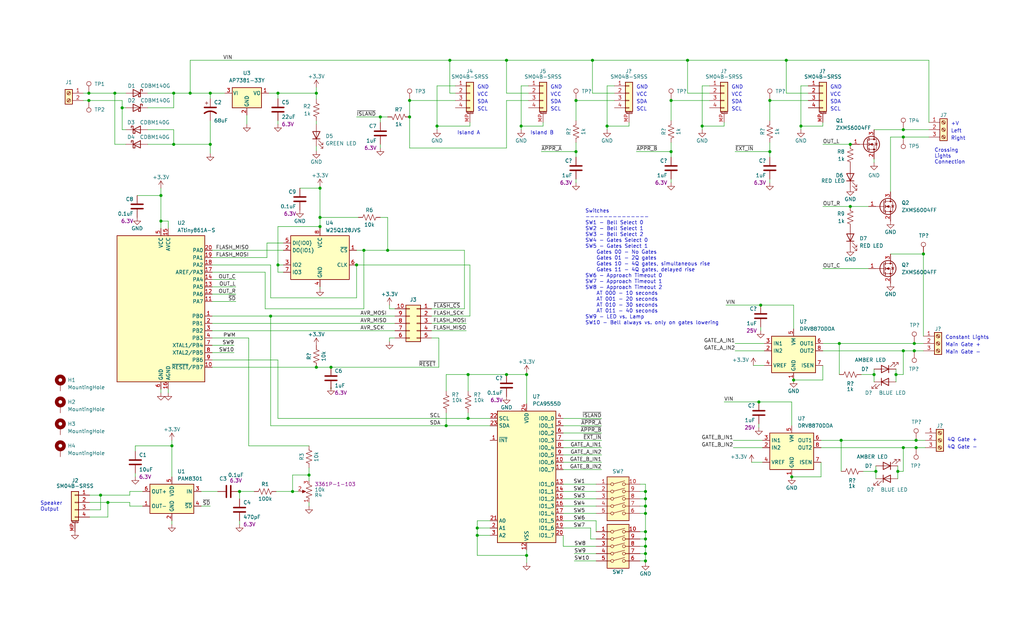
<source format=kicad_sch>
(kicad_sch (version 20211123) (generator eeschema)
  (paper "USLegal")
  (junction (at 205.74 20.955))
  (junction (at 134.62 86.995))
  (junction (at 154.94 147.955))
  (junction (at 224.155 184.785))
  (junction (at 96.52 92.075))
  (junction (at 238.76 20.955))
  (junction (at 317.5 121.92))
  (junction (at 109.855 127.635))
  (junction (at 264.16 106.045))
  (junction (at 224.155 194.945))
  (junction (at 210.82 43.815))
  (junction (at 42.418 37.465))
  (junction (at 224.155 192.405))
  (junction (at 111.125 78.74))
  (junction (at 162.56 145.415))
  (junction (at 165.735 183.515))
  (junction (at 311.785 163.83))
  (junction (at 59.69 154.94))
  (junction (at 39.878 32.385))
  (junction (at 263.525 139.7))
  (junction (at 182.88 130.175))
  (junction (at 303.53 130.175))
  (junction (at 55.88 67.945))
  (junction (at 165.735 186.055))
  (junction (at 142.24 40.64))
  (junction (at 313.69 155.575))
  (junction (at 175.895 130.175))
  (junction (at 318.135 153.035))
  (junction (at 311.15 130.175))
  (junction (at 126.365 86.995))
  (junction (at 132.08 40.64))
  (junction (at 320.675 88.265))
  (junction (at 37.465 174.625))
  (junction (at 224.155 170.815))
  (junction (at 274.955 165.735))
  (junction (at 142.24 34.925))
  (junction (at 156.21 20.955))
  (junction (at 243.84 43.815))
  (junction (at 224.155 175.895))
  (junction (at 83.185 170.815))
  (junction (at 111.125 65.405))
  (junction (at 200.025 34.925))
  (junction (at 224.155 189.865))
  (junction (at 317.5 119.38))
  (junction (at 182.88 193.04))
  (junction (at 292.1 153.035))
  (junction (at 60.325 50.165))
  (junction (at 313.69 47.625))
  (junction (at 295.275 71.755))
  (junction (at 151.765 43.815))
  (junction (at 200.025 52.705))
  (junction (at 233.045 34.925))
  (junction (at 304.165 163.83))
  (junction (at 73.025 32.385))
  (junction (at 224.155 187.325))
  (junction (at 180.975 43.815))
  (junction (at 313.69 45.085))
  (junction (at 55.88 76.835))
  (junction (at 278.13 43.815))
  (junction (at 175.895 20.955))
  (junction (at 233.045 52.705))
  (junction (at 34.925 172.085))
  (junction (at 318.135 155.575))
  (junction (at 267.335 34.925))
  (junction (at 111.125 75.565))
  (junction (at 96.52 32.385))
  (junction (at 295.275 50.165))
  (junction (at 66.04 32.385))
  (junction (at 101.6 170.815))
  (junction (at 30.861 32.385))
  (junction (at 313.69 121.92))
  (junction (at 109.855 32.385))
  (junction (at 73.025 50.165))
  (junction (at 273.05 20.955))
  (junction (at 291.465 119.38))
  (junction (at 275.59 132.08))
  (junction (at 93.98 109.855))
  (junction (at 267.335 52.705))
  (junction (at 30.861 34.925))
  (junction (at 224.155 178.435))
  (junction (at 162.56 130.175))
  (junction (at 224.155 173.355))
  (junction (at 60.325 32.385))
  (junction (at 114.935 127.635))
  (junction (at 107.315 165.1))
  (junction (at 123.825 92.075))
  (wire (pts (xy 317.5 119.38) (xy 320.675 119.38)))
  (wire (pts (xy 59.69 154.94) (xy 59.69 165.735)))
  (wire (pts (xy 132.08 75.565) (xy 134.62 75.565)))
  (wire (pts (xy 195.58 178.435) (xy 207.01 178.435)))
  (wire (pts (xy 55.88 76.835) (xy 55.88 79.375)))
  (wire (pts (xy 292.1 153.035) (xy 292.1 163.83)))
  (wire (pts (xy 233.045 63.5) (xy 233.045 62.23)))
  (wire (pts (xy 188.595 43.815) (xy 180.975 43.815)))
  (wire (pts (xy 285.115 160.655) (xy 285.115 165.735)))
  (wire (pts (xy 126.365 86.995) (xy 123.825 86.995)))
  (wire (pts (xy 210.82 29.845) (xy 213.36 29.845)))
  (wire (pts (xy 96.52 92.075) (xy 98.425 92.075)))
  (wire (pts (xy 96.52 43.18) (xy 96.52 41.91)))
  (wire (pts (xy 31.115 174.625) (xy 37.465 174.625)))
  (wire (pts (xy 180.975 45.085) (xy 180.975 43.815)))
  (wire (pts (xy 304.165 163.83) (xy 304.165 166.37)))
  (wire (pts (xy 299.72 163.83) (xy 304.165 163.83)))
  (wire (pts (xy 165.735 183.515) (xy 165.735 186.055)))
  (wire (pts (xy 49.53 175.895) (xy 45.085 175.895)))
  (wire (pts (xy 151.765 43.815) (xy 151.765 45.085)))
  (wire (pts (xy 111.125 65.405) (xy 111.125 75.565)))
  (wire (pts (xy 73.66 112.395) (xy 137.16 112.395)))
  (wire (pts (xy 59.69 153.035) (xy 59.69 154.94)))
  (wire (pts (xy 135.255 117.475) (xy 137.16 117.475)))
  (wire (pts (xy 292.1 153.035) (xy 318.135 153.035)))
  (wire (pts (xy 58.42 136.525) (xy 58.42 135.255)))
  (wire (pts (xy 114.935 127.635) (xy 109.855 127.635)))
  (wire (pts (xy 299.085 130.175) (xy 303.53 130.175)))
  (wire (pts (xy 154.94 143.51) (xy 154.94 147.955)))
  (wire (pts (xy 199.39 194.945) (xy 207.01 194.945)))
  (wire (pts (xy 313.69 163.83) (xy 311.785 163.83)))
  (wire (pts (xy 304.165 163.83) (xy 304.165 161.925)))
  (wire (pts (xy 313.69 45.085) (xy 303.53 45.085)))
  (wire (pts (xy 222.25 184.785) (xy 224.155 184.785)))
  (wire (pts (xy 92.075 107.315) (xy 92.075 94.615)))
  (wire (pts (xy 263.525 147.32) (xy 263.525 148.59)))
  (wire (pts (xy 30.861 34.925) (xy 28.956 34.925)))
  (wire (pts (xy 156.21 32.385) (xy 158.115 32.385)))
  (wire (pts (xy 285.75 119.38) (xy 291.465 119.38)))
  (wire (pts (xy 60.325 32.385) (xy 66.04 32.385)))
  (wire (pts (xy 238.76 20.955) (xy 238.76 32.385)))
  (wire (pts (xy 205.74 32.385) (xy 213.36 32.385)))
  (wire (pts (xy 195.58 180.975) (xy 207.01 180.975)))
  (wire (pts (xy 162.56 145.415) (xy 170.18 145.415)))
  (wire (pts (xy 224.155 192.405) (xy 224.155 194.945)))
  (wire (pts (xy 101.6 165.1) (xy 101.6 170.815)))
  (wire (pts (xy 111.125 100.33) (xy 111.125 99.695)))
  (wire (pts (xy 313.69 47.625) (xy 322.58 47.625)))
  (wire (pts (xy 47.625 67.945) (xy 55.88 67.945)))
  (wire (pts (xy 200.025 41.91) (xy 200.025 34.925)))
  (wire (pts (xy 107.315 165.1) (xy 101.6 165.1)))
  (wire (pts (xy 165.735 193.04) (xy 182.88 193.04)))
  (wire (pts (xy 156.21 20.955) (xy 175.895 20.955)))
  (wire (pts (xy 39.878 50.165) (xy 39.878 32.385)))
  (wire (pts (xy 107.315 162.56) (xy 107.315 165.1)))
  (wire (pts (xy 73.66 102.235) (xy 81.915 102.235)))
  (wire (pts (xy 254.635 155.575) (xy 264.795 155.575)))
  (wire (pts (xy 195.58 158.115) (xy 208.915 158.115)))
  (wire (pts (xy 86.36 154.94) (xy 107.315 154.94)))
  (wire (pts (xy 107.315 175.895) (xy 107.315 174.625)))
  (wire (pts (xy 285.75 50.165) (xy 295.275 50.165)))
  (wire (pts (xy 73.66 99.695) (xy 81.915 99.695)))
  (wire (pts (xy 224.155 168.275) (xy 224.155 170.815)))
  (wire (pts (xy 182.88 129.54) (xy 182.88 130.175)))
  (wire (pts (xy 205.105 183.515) (xy 205.105 187.325)))
  (wire (pts (xy 151.765 29.845) (xy 158.115 29.845)))
  (wire (pts (xy 318.135 153.035) (xy 321.31 153.035)))
  (wire (pts (xy 43.688 45.085) (xy 42.418 45.085)))
  (wire (pts (xy 285.75 121.92) (xy 313.69 121.92)))
  (wire (pts (xy 182.88 195.58) (xy 182.88 193.04)))
  (wire (pts (xy 182.88 193.04) (xy 182.88 191.135)))
  (wire (pts (xy 285.115 153.035) (xy 292.1 153.035)))
  (wire (pts (xy 222.25 192.405) (xy 224.155 192.405)))
  (wire (pts (xy 92.71 84.455) (xy 98.425 84.455)))
  (wire (pts (xy 195.58 189.865) (xy 207.01 189.865)))
  (wire (pts (xy 264.16 113.665) (xy 264.16 114.935)))
  (wire (pts (xy 195.58 163.195) (xy 208.915 163.195)))
  (wire (pts (xy 195.58 183.515) (xy 205.105 183.515)))
  (wire (pts (xy 267.335 52.705) (xy 255.27 52.705)))
  (wire (pts (xy 93.98 109.855) (xy 93.98 147.955)))
  (wire (pts (xy 55.88 65.405) (xy 55.88 67.945)))
  (wire (pts (xy 195.58 147.955) (xy 208.915 147.955)))
  (wire (pts (xy 195.58 173.355) (xy 207.01 173.355)))
  (wire (pts (xy 83.185 182.245) (xy 83.185 180.975)))
  (wire (pts (xy 255.27 121.92) (xy 265.43 121.92)))
  (wire (pts (xy 73.66 104.775) (xy 81.915 104.775)))
  (wire (pts (xy 183.515 34.925) (xy 175.895 34.925)))
  (wire (pts (xy 224.155 173.355) (xy 224.155 175.895)))
  (wire (pts (xy 222.25 168.275) (xy 224.155 168.275)))
  (wire (pts (xy 135.255 118.745) (xy 135.255 117.475)))
  (wire (pts (xy 222.25 189.865) (xy 224.155 189.865)))
  (wire (pts (xy 162.56 143.51) (xy 162.56 145.415)))
  (wire (pts (xy 45.085 170.815) (xy 49.53 170.815)))
  (wire (pts (xy 233.045 54.61) (xy 233.045 52.705)))
  (wire (pts (xy 86.36 117.475) (xy 86.36 154.94)))
  (wire (pts (xy 224.155 175.895) (xy 224.155 178.435)))
  (wire (pts (xy 109.855 32.385) (xy 109.855 34.417)))
  (wire (pts (xy 73.66 86.995) (xy 98.425 86.995)))
  (wire (pts (xy 73.66 97.155) (xy 81.915 97.155)))
  (wire (pts (xy 210.82 43.815) (xy 210.82 29.845)))
  (wire (pts (xy 51.308 37.465) (xy 60.325 37.465)))
  (wire (pts (xy 195.58 168.275) (xy 207.01 168.275)))
  (wire (pts (xy 60.325 45.085) (xy 60.325 50.165)))
  (wire (pts (xy 132.08 40.64) (xy 134.62 40.64)))
  (wire (pts (xy 151.765 43.815) (xy 151.765 29.845)))
  (wire (pts (xy 285.75 132.08) (xy 285.75 127)))
  (wire (pts (xy 92.075 94.615) (xy 73.66 94.615)))
  (wire (pts (xy 255.27 119.38) (xy 265.43 119.38)))
  (wire (pts (xy 224.155 189.865) (xy 224.155 192.405)))
  (wire (pts (xy 154.94 130.175) (xy 154.94 135.89)))
  (wire (pts (xy 278.13 43.815) (xy 278.13 29.845)))
  (wire (pts (xy 313.69 121.92) (xy 313.69 130.175)))
  (wire (pts (xy 51.308 45.085) (xy 60.325 45.085)))
  (wire (pts (xy 142.24 34.925) (xy 142.24 40.64)))
  (wire (pts (xy 195.58 160.655) (xy 208.915 160.655)))
  (wire (pts (xy 311.785 161.925) (xy 311.785 163.83)))
  (wire (pts (xy 205.74 20.955) (xy 238.76 20.955)))
  (wire (pts (xy 109.855 50.8) (xy 109.855 52.451)))
  (wire (pts (xy 205.105 187.325) (xy 207.01 187.325)))
  (wire (pts (xy 134.62 75.565) (xy 134.62 86.995)))
  (wire (pts (xy 85.725 43.18) (xy 85.725 40.005)))
  (wire (pts (xy 96.52 145.415) (xy 162.56 145.415)))
  (wire (pts (xy 31.115 179.705) (xy 37.465 179.705)))
  (wire (pts (xy 243.84 43.815) (xy 243.84 29.845)))
  (wire (pts (xy 111.125 64.77) (xy 111.125 65.405)))
  (wire (pts (xy 45.085 172.085) (xy 45.085 170.815)))
  (wire (pts (xy 313.69 155.575) (xy 313.69 163.83)))
  (wire (pts (xy 275.59 114.3) (xy 275.59 106.045)))
  (wire (pts (xy 46.99 154.94) (xy 46.99 156.845)))
  (wire (pts (xy 175.895 20.955) (xy 205.74 20.955)))
  (wire (pts (xy 111.125 75.565) (xy 111.125 78.74)))
  (wire (pts (xy 260.985 160.655) (xy 264.795 160.655)))
  (wire (pts (xy 149.86 114.935) (xy 161.925 114.935)))
  (wire (pts (xy 42.418 34.925) (xy 30.861 34.925)))
  (wire (pts (xy 96.52 125.095) (xy 96.52 145.415)))
  (wire (pts (xy 200.025 63.5) (xy 200.025 62.23)))
  (wire (pts (xy 320.675 88.265) (xy 320.675 116.84)))
  (wire (pts (xy 195.58 170.815) (xy 207.01 170.815)))
  (wire (pts (xy 158.115 34.925) (xy 142.24 34.925)))
  (wire (pts (xy 317.5 121.92) (xy 320.675 121.92)))
  (wire (pts (xy 222.25 173.355) (xy 224.155 173.355)))
  (wire (pts (xy 123.825 92.075) (xy 123.825 103.505)))
  (wire (pts (xy 111.125 78.74) (xy 111.125 79.375)))
  (wire (pts (xy 149.86 107.315) (xy 161.29 107.315)))
  (wire (pts (xy 224.155 184.785) (xy 224.155 187.325)))
  (wire (pts (xy 274.955 147.955) (xy 274.955 139.7)))
  (wire (pts (xy 92.71 89.535) (xy 92.71 84.455)))
  (wire (pts (xy 73.025 32.385) (xy 78.105 32.385)))
  (wire (pts (xy 66.04 32.385) (xy 66.04 20.955)))
  (wire (pts (xy 295.275 79.375) (xy 295.275 78.74)))
  (wire (pts (xy 224.155 178.435) (xy 224.155 184.785)))
  (wire (pts (xy 69.85 175.895) (xy 73.025 175.895)))
  (wire (pts (xy 51.308 32.385) (xy 60.325 32.385)))
  (wire (pts (xy 104.14 65.405) (xy 111.125 65.405)))
  (wire (pts (xy 274.955 139.7) (xy 263.525 139.7)))
  (wire (pts (xy 39.878 50.165) (xy 43.688 50.165)))
  (wire (pts (xy 301.625 71.755) (xy 295.275 71.755)))
  (wire (pts (xy 200.025 49.53) (xy 200.025 52.705)))
  (wire (pts (xy 285.75 43.815) (xy 278.13 43.815)))
  (wire (pts (xy 34.925 177.165) (xy 34.925 172.085)))
  (wire (pts (xy 303.53 55.245) (xy 303.53 56.515)))
  (wire (pts (xy 73.025 50.165) (xy 73.025 41.91)))
  (wire (pts (xy 267.335 49.53) (xy 267.335 52.705)))
  (wire (pts (xy 132.08 51.435) (xy 132.08 50.165)))
  (wire (pts (xy 96.52 32.385) (xy 109.855 32.385)))
  (wire (pts (xy 34.925 172.085) (xy 45.085 172.085)))
  (wire (pts (xy 132.08 40.64) (xy 123.825 40.64)))
  (wire (pts (xy 273.05 20.955) (xy 322.58 20.955)))
  (wire (pts (xy 218.44 42.545) (xy 218.44 43.815)))
  (wire (pts (xy 222.25 175.895) (xy 224.155 175.895)))
  (wire (pts (xy 251.46 43.815) (xy 243.84 43.815)))
  (wire (pts (xy 309.245 66.675) (xy 309.245 47.625)))
  (wire (pts (xy 251.46 139.7) (xy 263.525 139.7)))
  (wire (pts (xy 142.24 51.435) (xy 175.895 51.435)))
  (wire (pts (xy 60.325 50.165) (xy 73.025 50.165)))
  (wire (pts (xy 95.885 170.815) (xy 101.6 170.815)))
  (wire (pts (xy 66.04 32.385) (xy 73.025 32.385)))
  (wire (pts (xy 162.56 135.89) (xy 162.56 130.175)))
  (wire (pts (xy 81.28 120.015) (xy 73.66 120.015)))
  (wire (pts (xy 123.825 103.505) (xy 93.98 103.505)))
  (wire (pts (xy 175.895 32.385) (xy 183.515 32.385)))
  (wire (pts (xy 267.335 63.5) (xy 267.335 62.23)))
  (wire (pts (xy 295.275 71.755) (xy 285.75 71.755)))
  (wire (pts (xy 31.115 172.085) (xy 34.925 172.085)))
  (wire (pts (xy 285.115 155.575) (xy 313.69 155.575)))
  (wire (pts (xy 273.05 32.385) (xy 280.67 32.385)))
  (wire (pts (xy 233.045 52.705) (xy 220.98 52.705)))
  (wire (pts (xy 195.58 155.575) (xy 208.915 155.575)))
  (wire (pts (xy 135.255 106.045) (xy 135.255 107.315)))
  (wire (pts (xy 152.4 127.635) (xy 152.4 117.475)))
  (wire (pts (xy 195.58 145.415) (xy 208.915 145.415)))
  (wire (pts (xy 275.59 132.08) (xy 285.75 132.08)))
  (wire (pts (xy 51.308 50.165) (xy 60.325 50.165)))
  (wire (pts (xy 303.53 130.175) (xy 303.53 128.27)))
  (wire (pts (xy 165.735 186.055) (xy 165.735 193.04)))
  (wire (pts (xy 149.86 112.395) (xy 161.925 112.395)))
  (wire (pts (xy 126.365 107.315) (xy 92.075 107.315)))
  (wire (pts (xy 123.825 92.075) (xy 163.195 92.075)))
  (wire (pts (xy 162.56 130.175) (xy 175.895 130.175)))
  (wire (pts (xy 163.195 109.855) (xy 163.195 92.075)))
  (wire (pts (xy 205.74 20.955) (xy 205.74 32.385)))
  (wire (pts (xy 261.62 127) (xy 265.43 127)))
  (wire (pts (xy 175.895 20.955) (xy 175.895 32.385)))
  (wire (pts (xy 285.75 42.545) (xy 285.75 43.815)))
  (wire (pts (xy 275.59 106.045) (xy 264.16 106.045)))
  (wire (pts (xy 109.855 127.635) (xy 73.66 127.635)))
  (wire (pts (xy 180.975 43.815) (xy 180.975 29.845)))
  (wire (pts (xy 303.53 130.175) (xy 303.53 132.715)))
  (wire (pts (xy 251.46 42.545) (xy 251.46 43.815)))
  (wire (pts (xy 161.29 107.315) (xy 161.29 86.995)))
  (wire (pts (xy 66.04 20.955) (xy 156.21 20.955)))
  (wire (pts (xy 313.69 121.92) (xy 317.5 121.92)))
  (wire (pts (xy 75.565 170.815) (xy 69.85 170.815)))
  (wire (pts (xy 114.935 127.635) (xy 152.4 127.635)))
  (wire (pts (xy 309.245 47.625) (xy 313.69 47.625)))
  (wire (pts (xy 73.66 109.855) (xy 93.98 109.855)))
  (wire (pts (xy 45.085 175.895) (xy 45.085 174.625)))
  (wire (pts (xy 180.975 29.845) (xy 183.515 29.845)))
  (wire (pts (xy 195.58 150.495) (xy 208.915 150.495)))
  (wire (pts (xy 170.18 180.975) (xy 165.735 180.975)))
  (wire (pts (xy 73.66 114.935) (xy 137.16 114.935)))
  (wire (pts (xy 238.76 32.385) (xy 246.38 32.385)))
  (wire (pts (xy 152.4 117.475) (xy 149.86 117.475)))
  (wire (pts (xy 182.88 130.175) (xy 182.88 140.335)))
  (wire (pts (xy 73.025 53.34) (xy 73.025 50.165)))
  (wire (pts (xy 101.6 170.815) (xy 103.505 170.815)))
  (wire (pts (xy 93.98 109.855) (xy 137.16 109.855)))
  (wire (pts (xy 243.84 29.845) (xy 246.38 29.845)))
  (wire (pts (xy 86.36 117.475) (xy 73.66 117.475)))
  (wire (pts (xy 83.185 170.815) (xy 83.185 173.355)))
  (wire (pts (xy 295.275 50.165) (xy 295.91 50.165)))
  (wire (pts (xy 135.255 107.315) (xy 137.16 107.315)))
  (wire (pts (xy 163.195 42.545) (xy 163.195 43.815)))
  (wire (pts (xy 207.01 180.975) (xy 207.01 184.785)))
  (wire (pts (xy 59.69 182.245) (xy 59.69 180.975)))
  (wire (pts (xy 126.365 107.315) (xy 126.365 86.995)))
  (wire (pts (xy 73.66 125.095) (xy 96.52 125.095)))
  (wire (pts (xy 96.52 34.29) (xy 96.52 32.385)))
  (wire (pts (xy 175.895 130.175) (xy 182.88 130.175)))
  (wire (pts (xy 188.595 42.545) (xy 188.595 43.815)))
  (wire (pts (xy 238.76 20.955) (xy 273.05 20.955)))
  (wire (pts (xy 114.935 134.62) (xy 114.935 135.255)))
  (wire (pts (xy 73.66 89.535) (xy 92.71 89.535)))
  (wire (pts (xy 73.025 34.29) (xy 73.025 32.385)))
  (wire (pts (xy 224.155 170.815) (xy 224.155 173.355)))
  (wire (pts (xy 42.418 37.465) (xy 42.418 34.925)))
  (wire (pts (xy 30.861 32.385) (xy 39.878 32.385)))
  (wire (pts (xy 200.025 52.705) (xy 187.96 52.705)))
  (wire (pts (xy 278.13 29.845) (xy 280.67 29.845)))
  (wire (pts (xy 156.21 20.955) (xy 156.21 32.385)))
  (wire (pts (xy 81.28 122.555) (xy 73.66 122.555)))
  (wire (pts (xy 55.88 136.525) (xy 55.88 135.255)))
  (wire (pts (xy 60.325 37.465) (xy 60.325 32.385)))
  (wire (pts (xy 267.335 34.925) (xy 280.67 34.925)))
  (wire (pts (xy 278.13 45.085) (xy 278.13 43.815)))
  (wire (pts (xy 254.635 153.035) (xy 264.795 153.035)))
  (wire (pts (xy 322.58 45.085) (xy 313.69 45.085)))
  (wire (pts (xy 233.045 41.91) (xy 233.045 34.925)))
  (wire (pts (xy 154.94 147.955) (xy 170.18 147.955)))
  (wire (pts (xy 37.465 174.625) (xy 45.085 174.625)))
  (wire (pts (xy 267.335 41.91) (xy 267.335 34.925)))
  (wire (pts (xy 233.045 49.53) (xy 233.045 52.705)))
  (wire (pts (xy 311.785 163.83) (xy 311.785 166.37)))
  (wire (pts (xy 222.25 194.945) (xy 224.155 194.945)))
  (wire (pts (xy 322.58 42.545) (xy 322.58 20.955)))
  (wire (pts (xy 46.99 165.735) (xy 46.99 164.465)))
  (wire (pts (xy 224.155 187.325) (xy 224.155 189.865)))
  (wire (pts (xy 195.58 175.895) (xy 207.01 175.895)))
  (wire (pts (xy 28.956 32.385) (xy 30.861 32.385)))
  (wire (pts (xy 199.39 192.405) (xy 207.01 192.405)))
  (wire (pts (xy 175.895 51.435) (xy 175.895 34.925)))
  (wire (pts (xy 267.335 54.61) (xy 267.335 52.705)))
  (wire (pts (xy 124.46 75.565) (xy 111.125 75.565)))
  (wire (pts (xy 83.185 170.815) (xy 88.265 170.815)))
  (wire (pts (xy 55.88 67.945) (xy 55.88 76.835)))
  (wire (pts (xy 109.855 42.037) (xy 109.855 43.18)))
  (wire (pts (xy 96.52 78.74) (xy 111.125 78.74)))
  (wire (pts (xy 165.735 180.975) (xy 165.735 183.515)))
  (wire (pts (xy 313.69 155.575) (xy 318.135 155.575)))
  (wire (pts (xy 151.765 43.815) (xy 163.195 43.815)))
  (wire (pts (xy 93.98 92.075) (xy 73.66 92.075)))
  (wire (pts (xy 195.58 153.035) (xy 208.915 153.035)))
  (wire (pts (xy 98.425 94.615) (xy 96.52 94.615)))
  (wire (pts (xy 107.315 167.005) (xy 107.315 165.1)))
  (wire (pts (xy 93.98 103.505) (xy 93.98 92.075)))
  (wire (pts (xy 218.44 43.815) (xy 210.82 43.815)))
  (wire (pts (xy 222.25 187.325) (xy 224.155 187.325)))
  (wire (pts (xy 126.365 86.995) (xy 134.62 86.995)))
  (wire (pts (xy 318.135 155.575) (xy 321.31 155.575)))
  (wire (pts (xy 200.025 54.61) (xy 200.025 52.705)))
  (wire (pts (xy 291.465 119.38) (xy 317.5 119.38)))
  (wire (pts (xy 273.05 20.955) (xy 273.05 32.385)))
  (wire (pts (xy 222.25 170.815) (xy 224.155 170.815)))
  (wire (pts (xy 96.52 32.385) (xy 93.345 32.385)))
  (wire (pts (xy 132.08 42.545) (xy 132.08 40.64)))
  (wire (pts (xy 93.98 147.955) (xy 154.94 147.955)))
  (wire (pts (xy 311.15 130.175) (xy 311.15 132.715)))
  (wire (pts (xy 233.045 34.925) (xy 246.38 34.925)))
  (wire (pts (xy 222.25 178.435) (xy 224.155 178.435)))
  (wire (pts (xy 31.115 177.165) (xy 34.925 177.165)))
  (wire (pts (xy 252.095 106.045) (xy 264.16 106.045)))
  (wire (pts (xy 195.58 189.865) (xy 195.58 186.055)))
  (wire (pts (xy 313.69 130.175) (xy 311.15 130.175)))
  (wire (pts (xy 134.62 86.995) (xy 161.29 86.995)))
  (wire (pts (xy 42.418 45.085) (xy 42.418 37.465)))
  (wire (pts (xy 200.025 34.925) (xy 213.36 34.925)))
  (wire (pts (xy 165.735 186.055) (xy 170.18 186.055)))
  (wire (pts (xy 39.878 32.385) (xy 43.688 32.385)))
  (wire (pts (xy 309.245 88.265) (xy 320.675 88.265)))
  (wire (pts (xy 37.465 179.705) (xy 37.465 174.625)))
  (wire (pts (xy 96.52 94.615) (xy 96.52 92.075)))
  (wire (pts (xy 311.15 128.27) (xy 311.15 130.175)))
  (wire (pts (xy 224.155 194.945) (xy 224.155 195.58)))
  (wire (pts (xy 58.42 79.375) (xy 58.42 76.835)))
  (wire (pts (xy 162.56 130.175) (xy 154.94 130.175)))
  (wire (pts (xy 285.115 165.735) (xy 274.955 165.735)))
  (wire (pts (xy 285.75 93.345) (xy 301.625 93.345)))
  (wire (pts (xy 210.82 45.085) (xy 210.82 43.815)))
  (wire (pts (xy 291.465 119.38) (xy 291.465 130.175)))
  (wire (pts (xy 58.42 76.835) (xy 55.88 76.835)))
  (wire (pts (xy 149.86 109.855) (xy 163.195 109.855)))
  (wire (pts (xy 165.735 183.515) (xy 170.18 183.515)))
  (wire (pts (xy 243.84 45.085) (xy 243.84 43.815)))
  (wire (pts (xy 96.52 78.74) (xy 96.52 92.075)))
  (wire (pts (xy 59.69 154.94) (xy 46.99 154.94)))
  (wire (pts (xy 43.688 37.465) (xy 42.418 37.465)))
  (wire (pts (xy 109.855 30.353) (xy 109.855 32.385)))
  (wire (pts (xy 142.24 40.64) (xy 142.24 51.435)))
  (text "SDA" (at 220.98 36.195 0) (effects (font (size 1.27 1.27)) (justify left bottom)))
  (text "GND" (at 165.735 31.115 0) (effects (font (size 1.27 1.27)) (justify left bottom)))
  (text "GND" (at 254 31.115 0) (effects (font (size 1.27 1.27)) (justify left bottom)))
  (text "4Q Gate -" (at 328.93 156.21 0) (effects (font (size 1.27 1.27)) (justify left bottom)))
  (text "Main Gate +" (at 328.295 120.65 0) (effects (font (size 1.27 1.27)) (justify left bottom)))
  (text "Island B" (at 184.15 46.99 0) (effects (font (size 1.27 1.27)) (justify left bottom)))
  (text "SDA" (at 165.735 36.195 0) (effects (font (size 1.27 1.27)) (justify left bottom)))
  (text "Speaker\nOutput" (at 13.97 177.8 0) (effects (font (size 1.27 1.27)) (justify left bottom)))
  (text "Constant Lights" (at 328.295 118.11 0) (effects (font (size 1.27 1.27)) (justify left bottom)))
  (text "Island A" (at 158.75 46.99 0) (effects (font (size 1.27 1.27)) (justify left bottom)))
  (text "+V" (at 330.2 43.815 0) (effects (font (size 1.27 1.27)) (justify left bottom)))
  (text "VCC" (at 165.735 33.655 0) (effects (font (size 1.27 1.27)) (justify left bottom)))
  (text "SCL" (at 220.98 38.735 0) (effects (font (size 1.27 1.27)) (justify left bottom)))
  (text "Switches\n--------------\nSW1 - Bell Select 0\nSW2 - Bell Select 1\nSW3 - Bell Select 2\nSW4 - Gates Select 0\nSW5 - Gates Select 1\n    Gates 00 - No Gates\n    Gates 01 - 2Q gates\n    Gates 10 - 4Q gates, simultaneous rise\n    Gates 11 - 4Q gates, delayed rise\nSW6 - Approach Timeout 0\nSW7 - Approach Timeout 1\nSW8 - Approach Timeout 2\n    AT 000 - 10 seconds\n    AT 001 - 20 seconds\n    AT 010 - 30 seconds\n    AT 011 - 40 seconds\nSW9 - LED vs. Lamp\nSW10 - Bell always vs. only on gates lowering" (at 203.2 113.03 0) (effects (font (size 1.27 1.27)) (justify left bottom)))
  (text "Right" (at 330.2 48.895 0) (effects (font (size 1.27 1.27)) (justify left bottom)))
  (text "VCC" (at 220.98 33.655 0) (effects (font (size 1.27 1.27)) (justify left bottom)))
  (text "Crossing\nLights\nConnection" (at 324.485 57.15 0) (effects (font (size 1.27 1.27)) (justify left bottom)))
  (text "VCC" (at 254 33.655 0) (effects (font (size 1.27 1.27)) (justify left bottom)))
  (text "SCL" (at 191.135 38.735 0) (effects (font (size 1.27 1.27)) (justify left bottom)))
  (text "SCL" (at 165.735 38.735 0) (effects (font (size 1.27 1.27)) (justify left bottom)))
  (text "GND" (at 220.98 31.115 0) (effects (font (size 1.27 1.27)) (justify left bottom)))
  (text "SDA" (at 254 36.195 0) (effects (font (size 1.27 1.27)) (justify left bottom)))
  (text "SCL" (at 288.29 38.735 0) (effects (font (size 1.27 1.27)) (justify left bottom)))
  (text "VCC" (at 288.29 33.655 0) (effects (font (size 1.27 1.27)) (justify left bottom)))
  (text "GND" (at 191.135 31.115 0) (effects (font (size 1.27 1.27)) (justify left bottom)))
  (text "SCL" (at 254 38.735 0) (effects (font (size 1.27 1.27)) (justify left bottom)))
  (text "VCC" (at 191.135 33.655 0) (effects (font (size 1.27 1.27)) (justify left bottom)))
  (text "SDA" (at 191.135 36.195 0) (effects (font (size 1.27 1.27)) (justify left bottom)))
  (text "SDA" (at 288.29 36.195 0) (effects (font (size 1.27 1.27)) (justify left bottom)))
  (text "4Q Gate +" (at 328.93 153.67 0) (effects (font (size 1.27 1.27)) (justify left bottom)))
  (text "Left" (at 330.2 46.355 0) (effects (font (size 1.27 1.27)) (justify left bottom)))
  (text "GND" (at 288.29 31.115 0) (effects (font (size 1.27 1.27)) (justify left bottom)))
  (text "Main Gate -" (at 328.295 123.19 0) (effects (font (size 1.27 1.27)) (justify left bottom)))
  (label "SW7" (at 203.2 183.515 180))
  (label "GATE_A_IN2" (at 208.915 158.115 180))
  (label "~{APPR_B}" (at 208.915 150.495 180))
  (label "SW4" (at 203.2 175.895 180))
  (label "VIN" (at 251.46 139.7 0))
  (label "AVR_MISO" (at 125.095 112.395 0))
  (label "~{RESET}" (at 145.415 127.635 0))
  (label "SW8" (at 199.39 189.865 0))
  (label "AVR_MOSI" (at 125.095 109.855 0))
  (label "OUT_L" (at 81.915 99.695 180))
  (label "~{FLASH_CS}" (at 150.495 107.315 0))
  (label "OUT_R" (at 285.75 71.755 0))
  (label "GATE_B_IN1" (at 254.635 153.035 180))
  (label "FLASH_MOSI" (at 161.925 112.395 180))
  (label "~{SD}" (at 73.025 175.895 180))
  (label "~{ISLAND}" (at 208.915 145.415 180))
  (label "OUT_C" (at 81.915 97.155 180))
  (label "OUT_C" (at 285.75 93.345 0))
  (label "AVR_SCK" (at 125.095 114.935 0))
  (label "~{SD}" (at 81.915 104.775 180))
  (label "FLASH_MISO" (at 74.93 86.995 0))
  (label "FLASH_SCK" (at 150.495 109.855 0))
  (label "OUT_R" (at 81.915 102.235 180))
  (label "~{APPR_A}" (at 208.915 147.955 180))
  (label "~{APPR_A}" (at 187.96 52.705 0))
  (label "VIN" (at 77.47 20.955 0))
  (label "~{ISLAND}" (at 123.825 40.64 0))
  (label "GATE_A_IN2" (at 255.27 121.92 180))
  (label "SDA" (at 149.225 147.955 0))
  (label "GATE_A_IN1" (at 255.27 119.38 180))
  (label "SW10" (at 199.39 194.945 0))
  (label "SW9" (at 81.28 120.015 180))
  (label "SW2" (at 203.2 170.815 180))
  (label "SW9" (at 199.39 192.405 0))
  (label "SCL" (at 149.225 145.415 0))
  (label "SW6" (at 203.2 180.975 180))
  (label "OUT_L" (at 285.75 50.165 0))
  (label "~{EXT_IN}" (at 255.27 52.705 0))
  (label "GATE_A_IN1" (at 208.915 155.575 180))
  (label "PWM" (at 77.47 117.475 0))
  (label "GATE_B_IN1" (at 208.915 160.655 180))
  (label "~{APPR_B}" (at 220.98 52.705 0))
  (label "FLASH_MISO" (at 161.925 114.935 180))
  (label "SW3" (at 203.2 173.355 180))
  (label "SW5" (at 203.2 178.435 180))
  (label "SW10" (at 81.28 122.555 180))
  (label "VIN" (at 252.095 106.045 0))
  (label "GATE_B_IN2" (at 208.915 163.195 180))
  (label "~{EXT_IN}" (at 208.915 153.035 180))
  (label "SW1" (at 203.2 168.275 180))
  (label "GATE_B_IN2" (at 254.635 155.575 180))
  (label "FLASH_MOSI" (at 74.93 89.535 0))
  (symbol (lib_id "Device:D_Schottky") (at 47.498 32.385 0) (mirror y) (unit 1)
    (property "Reference" "D1" (at 44.323 29.845 0) (effects (justify right)))
    (property "Value" "CDBM140G" (at 48.768 29.845 0) (effects (justify right)))
    (property "Footprint" "Diode_SMD:D_SOD-123" (effects hide))
  )
  (symbol (lib_id "power:GND") (at 309.245 76.835 0) (mirror y) (unit 1)
    (property "Reference" "#PWR027" (effects hide))
    (property "Value" "GND" (at 309.245 80.645 0))
  )
  (symbol (lib_id "power:GND") (at 59.69 182.245 0) (unit 1)
    (property "Reference" "#PWR04" (effects hide))
    (property "Value" "GND" (effects hide))
  )
  (symbol (lib_id "Device:C") (at 83.185 177.165 0) (unit 1)
    (property "Reference" "C4" (at 84.455 174.625 0) (effects (justify left)))
    (property "Value" "470pF" (at 84.455 179.705 0) (effects (justify left)))
    (property "Footprint" "Capacitor_SMD:C_0805_2012Metric" (effects hide))
    (property "Voltage" "6.3V" (at 84.455 182.245 0) (effects (justify left)))
  )
  (symbol (lib_id "power:GND") (at 175.895 137.795 0) (unit 1)
    (property "Reference" "#PWR?" (effects hide))
    (property "Value" "GND" (at 175.895 141.605 0))
  )
  (symbol (lib_id "Connector:TestPoint") (at 30.861 34.925 180) (unit 1)
    (property "Reference" "TP2" (at 32.766 38.1 0) (effects (justify right)))
    (property "Value" "TestPoint" (effects hide))
    (property "Footprint" "TestPoint:TestPoint_Pad_D2.0mm" (effects hide))
  )
  (symbol (lib_id "Device:LED") (at 307.34 132.715 0) (unit 1)
    (property "Reference" "D?" (at 301.625 136.525 0))
    (property "Value" "BLUE LED" (at 309.88 136.525 0))
    (property "Footprint" "LED_SMD:LED_0805_2012Metric" (effects hide))
  )
  (symbol (lib_id "Transistor_FET:ZXM61N02F") (at 300.99 50.165 0) (unit 1)
    (property "Reference" "Q1" (at 290.195 41.91 0) (effects (justify left)))
    (property "Value" "ZXMS6004FF" (at 290.195 44.45 0) (effects (justify left)))
    (property "Footprint" "Package_TO_SOT_SMD:SOT-23" (effects hide))
    (property "Datasheet" "http://www.diodes.com/assets/Datasheets/ZXM61N02F.pdf" (effects hide))
  )
  (symbol (lib_id "Device:D_Schottky") (at 47.498 50.165 0) (unit 1)
    (property "Reference" "D4" (at 46.863 47.625 0) (effects (justify right)))
    (property "Value" "CDBM140G" (at 58.928 47.625 0) (effects (justify right)))
    (property "Footprint" "Diode_SMD:D_SOD-123" (effects hide))
  )
  (symbol (lib_id "Connector:TestPoint") (at 30.861 32.385 0) (unit 1)
    (property "Reference" "TP1" (at 32.766 29.21 0) (effects (justify left)))
    (property "Value" "TestPoint" (effects hide))
    (property "Footprint" "TestPoint:TestPoint_Pad_D2.0mm" (effects hide))
  )
  (symbol (lib_id "Device:R_US") (at 233.045 45.72 0) (mirror y) (unit 1)
    (property "Reference" "R?" (at 230.505 45.72 90))
    (property "Value" "1k" (at 235.585 45.72 90))
    (property "Footprint" "Resistor_SMD:R_0805_2012Metric" (effects hide))
  )
  (symbol (lib_id "Transistor_FET:ZXM61N02F") (at 306.705 71.755 0) (unit 1)
    (property "Reference" "Q2" (at 313.055 70.4849 0) (effects (justify left)))
    (property "Value" "ZXMS6004FF" (at 313.055 73.0249 0) (effects (justify left)))
    (property "Footprint" "Package_TO_SOT_SMD:SOT-23" (effects hide))
    (property "Datasheet" "http://www.diodes.com/assets/Datasheets/ZXM61N02F.pdf" (effects hide))
  )
  (symbol (lib_id "Device:R_US") (at 200.025 45.72 0) (mirror y) (unit 1)
    (property "Reference" "R?" (at 197.485 45.72 90))
    (property "Value" "1k" (at 202.565 45.72 90))
    (property "Footprint" "Resistor_SMD:R_0805_2012Metric" (effects hide))
  )
  (symbol (lib_id "power:GND") (at 107.315 175.895 0) (unit 1)
    (property "Reference" "#PWR014" (effects hide))
    (property "Value" "GND" (effects hide))
  )
  (symbol (lib_id "Device:R_US") (at 109.855 38.227 180) (unit 1)
    (property "Reference" "R2" (at 107.95 36.957 0) (effects (justify left)))
    (property "Value" "1k" (at 107.95 39.497 0) (effects (justify left)))
    (property "Footprint" "Resistor_SMD:R_0805_2012Metric" (effects hide))
  )
  (symbol (lib_id "Device:C") (at 263.525 143.51 0) (mirror y) (unit 1)
    (property "Reference" "C?" (at 262.255 140.97 0) (effects (justify left)))
    (property "Value" "1uF" (at 262.255 146.05 0) (effects (justify left)))
    (property "Footprint" "Capacitor_SMD:C_0805_2012Metric" (effects hide))
    (property "Voltage" "25V" (at 262.255 148.59 0) (effects (justify left)))
  )
  (symbol (lib_id "Connector:TestPoint") (at 233.045 34.925 0) (unit 1)
    (property "Reference" "TP?" (at 234.95 31.75 0) (effects (justify left)))
    (property "Value" "TestPoint" (effects hide))
    (property "Footprint" "TestPoint:TestPoint_Pad_D2.0mm" (effects hide))
  )
  (symbol (lib_id "Device:LED") (at 307.34 128.27 180) (unit 1)
    (property "Reference" "D?" (at 300.355 128.27 0))
    (property "Value" "AMBER LED" (at 302.26 125.095 0))
    (property "Footprint" "LED_SMD:LED_0805_2012Metric" (effects hide))
  )
  (symbol (lib_id "power:+3.3V") (at 59.69 153.035 0) (unit 1)
    (property "Reference" "#PWR03" (effects hide))
    (property "Value" "+3.3V" (at 59.69 149.225 0))
  )
  (symbol (lib_id "power:+3.3V") (at 109.855 30.353 0) (unit 1)
    (property "Reference" "#PWR012" (effects hide))
    (property "Value" "+3.3V" (at 109.855 26.543 0))
  )
  (symbol (lib_id "Device:LED") (at 295.275 82.55 90) (unit 1)
    (property "Reference" "D7" (at 298.45 82.8674 90) (effects (justify right)))
    (property "Value" "RED LED" (at 298.45 85.4074 90) (effects (justify right)))
    (property "Footprint" "LED_SMD:LED_0805_2012Metric" (effects hide))
  )
  (symbol (lib_id "Device:C") (at 46.99 160.655 0) (unit 1)
    (property "Reference" "C1" (at 48.26 158.115 0) (effects (justify left)))
    (property "Value" "10uF" (at 48.26 163.195 0) (effects (justify left)))
    (property "Footprint" "Capacitor_SMD:C_0805_2012Metric" (effects hide))
    (property "Voltage" "6.3V" (at 48.26 165.735 0) (effects (justify left)))
  )
  (symbol (lib_id "Device:C") (at 132.08 46.355 0) (mirror y) (unit 1)
    (property "Reference" "C7" (at 130.81 43.815 0) (effects (justify left)))
    (property "Value" "1uF" (at 130.81 48.895 0) (effects (justify left)))
    (property "Footprint" "Capacitor_SMD:C_0805_2012Metric" (effects hide))
    (property "Voltage" "6.3V" (at 130.81 51.435 0) (effects (justify left)))
  )
  (symbol (lib_id "Device:R_US") (at 107.315 158.75 180) (unit 1)
    (property "Reference" "R3" (at 104.775 158.75 90))
    (property "Value" "10k" (at 109.855 158.75 90))
    (property "Footprint" "Resistor_SMD:R_0805_2012Metric" (effects hide))
  )
  (symbol (lib_id "power:GND") (at 109.855 52.451 0) (unit 1)
    (property "Reference" "#PWR013" (effects hide))
    (property "Value" "GND" (at 109.855 56.261 0))
  )
  (symbol (lib_id "Switch:SW_DIP_x05") (at 214.63 173.355 0) (unit 1)
    (property "Reference" "SW?" (at 214.63 163.83 0))
    (property "Value" "SW_DIP_x05" (effects hide))
    (property "Footprint" "ISE_UltraLibrarian:CST_219SMT" (effects hide))
  )
  (symbol (lib_id "power:GND") (at 47.625 75.565 0) (unit 1)
    (property "Reference" "#PWR030" (effects hide))
    (property "Value" "GND" (at 47.625 79.375 0))
  )
  (symbol (lib_id "power:GND") (at 303.53 56.515 0) (mirror y) (unit 1)
    (property "Reference" "#PWR026" (effects hide))
    (property "Value" "GND" (at 303.53 60.96 0))
  )
  (symbol (lib_id "power:+3.3V") (at 261.62 127 0) (unit 1)
    (property "Reference" "#PWR?" (effects hide))
    (property "Value" "+3.3V" (at 257.175 125.095 0))
  )
  (symbol (lib_id "Connector_Generic_MountingPin:Conn_01x04_MountingPin") (at 251.46 32.385 0) (unit 1)
    (property "Reference" "J?" (at 250.19 24.765 0) (effects (justify left)))
    (property "Value" "SM04B-SRSS" (at 251.46 26.67 0))
    (property "Footprint" "Connector_JST:JST_SH_SM04B-SRSS-TB_1x04-1MP_P1.00mm_Horizontal" (effects hide))
  )
  (symbol (lib_id "Device:D_Schottky") (at 47.498 45.085 0) (unit 1)
    (property "Reference" "D3" (at 46.863 42.545 0) (effects (justify right)))
    (property "Value" "CDBM140G" (at 58.928 42.545 0) (effects (justify right)))
    (property "Footprint" "Diode_SMD:D_SOD-123" (effects hide))
  )
  (symbol (lib_id "Device:C") (at 264.16 109.855 0) (mirror y) (unit 1)
    (property "Reference" "C?" (at 262.89 107.315 0) (effects (justify left)))
    (property "Value" "1uF" (at 262.89 112.395 0) (effects (justify left)))
    (property "Footprint" "Capacitor_SMD:C_0805_2012Metric" (effects hide))
    (property "Voltage" "25V" (at 262.89 114.935 0) (effects (justify left)))
  )
  (symbol (lib_id "Connector:TestPoint") (at 318.135 155.575 0) (mirror x) (unit 1)
    (property "Reference" "TP?" (at 316.23 161.925 0) (effects (justify left)))
    (property "Value" "TestPoint" (effects hide))
    (property "Footprint" "TestPoint:TestPoint_Pad_D2.0mm" (effects hide))
  )
  (symbol (lib_id "Connector:TestPoint") (at 267.335 34.925 0) (unit 1)
    (property "Reference" "TP?" (at 269.24 31.75 0) (effects (justify left)))
    (property "Value" "TestPoint" (effects hide))
    (property "Footprint" "TestPoint:TestPoint_Pad_D2.0mm" (effects hide))
  )
  (symbol (lib_id "Connector_Generic_MountingPin:Conn_01x04_MountingPin") (at 26.035 174.625 0) (mirror y) (unit 1)
    (property "Reference" "J2" (at 27.305 167.005 0) (effects (justify left)))
    (property "Value" "SM04B-SRSS" (at 26.035 168.91 0))
    (property "Footprint" "Connector_JST:JST_SH_SM04B-SRSS-TB_1x04-1MP_P1.00mm_Horizontal" (effects hide))
  )
  (symbol (lib_id "power:GND") (at 275.59 132.08 0) (unit 1)
    (property "Reference" "#PWR?" (effects hide))
    (property "Value" "GND" (at 275.59 135.89 0))
  )
  (symbol (lib_id "Device:R_US") (at 295.275 130.175 270) (unit 1)
    (property "Reference" "R?" (at 294.005 133.35 90) (effects (justify left)))
    (property "Value" "1k" (at 294.005 135.255 90) (effects (justify left)))
    (property "Footprint" "Resistor_SMD:R_0805_2012Metric" (effects hide))
  )
  (symbol (lib_id "Device:LED") (at 109.855 46.99 90) (unit 1)
    (property "Reference" "D5" (at 113.03 47.3074 90) (effects (justify right)))
    (property "Value" "GREEN LED" (at 113.03 49.8474 90) (effects (justify right)))
    (property "Footprint" "LED_SMD:LED_0805_2012Metric" (effects hide))
  )
  (symbol (lib_id "Device:C") (at 96.52 38.1 0) (unit 1)
    (property "Reference" "C5" (at 97.79 35.56 0) (effects (justify left)))
    (property "Value" "22uF" (at 97.79 40.64 0) (effects (justify left)))
    (property "Footprint" "Capacitor_SMD:C_0805_2012Metric" (effects hide))
    (property "Voltage" "6.3V" (at 97.79 43.18 0) (effects (justify left)))
  )
  (symbol (lib_id "Connector_Generic_MountingPin:Conn_01x04_MountingPin") (at 163.195 32.385 0) (unit 1)
    (property "Reference" "J4" (at 161.925 24.765 0) (effects (justify left)))
    (property "Value" "SM04B-SRSS" (at 163.195 26.67 0))
    (property "Footprint" "Connector_JST:JST_SH_SM04B-SRSS-TB_1x04-1MP_P1.00mm_Horizontal" (effects hide))
  )
  (symbol (lib_id "Mechanical:MountingHole_Pad") (at 20.955 140.97 0) (unit 1)
    (property "Reference" "H2" (at 23.495 139.6999 0) (effects (justify left)))
    (property "Value" "MountingHole" (at 23.495 142.2399 0) (effects (justify left)))
    (property "Footprint" "MountingHole:MountingHole_3.2mm_M3_Pad" (effects hide))
  )
  (symbol (lib_id "Mechanical:MountingHole_Pad") (at 20.955 133.35 0) (unit 1)
    (property "Reference" "H1" (at 23.495 132.0799 0) (effects (justify left)))
    (property "Value" "MountingHole" (at 23.495 134.6199 0) (effects (justify left)))
    (property "Footprint" "MountingHole:MountingHole_3.2mm_M3_Pad" (effects hide))
  )
  (symbol (lib_id "MCU_Microchip_ATtiny:ATtiny861A-S") (at 55.88 107.315 0) (unit 1)
    (property "Reference" "U2" (at 61.595 77.47 0) (effects (justify left)))
    (property "Value" "ATtiny861A-S" (at 61.595 80.01 0) (effects (justify left)))
    (property "Footprint" "Package_SO:SOIC-20W_7.5x12.8mm_P1.27mm" (effects hide))
    (property "Datasheet" "http://ww1.microchip.com/downloads/en/DeviceDoc/doc8197.pdf" (effects hide))
  )
  (symbol (lib_id "power:GND") (at 224.155 195.58 0) (unit 1)
    (property "Reference" "#PWR?" (effects hide))
    (property "Value" "GND" (at 224.155 199.39 0))
  )
  (symbol (lib_id "Amplifier_Audio:PAM8301") (at 59.69 173.355 0) (mirror y) (unit 1)
    (property "Reference" "U1" (at 61.595 163.83 0) (effects (justify right)))
    (property "Value" "PAM8301" (at 61.595 166.37 0) (effects (justify right)))
    (property "Footprint" "Package_TO_SOT_SMD:SOT-23-6" (effects hide))
    (property "Datasheet" "https://www.diodes.com/assets/Datasheets/PAM8301.pdf" (effects hide))
  )
  (symbol (lib_id "Device:R_US") (at 295.91 163.83 270) (unit 1)
    (property "Reference" "R?" (at 294.64 167.005 90) (effects (justify left)))
    (property "Value" "1k" (at 294.64 168.91 90) (effects (justify left)))
    (property "Footprint" "Resistor_SMD:R_0805_2012Metric" (effects hide))
  )
  (symbol (lib_id "power:GND") (at 73.025 53.34 0) (unit 1)
    (property "Reference" "#PWR05" (effects hide))
    (property "Value" "GND" (effects hide))
  )
  (symbol (lib_id "Device:R_US") (at 128.27 75.565 90) (unit 1)
    (property "Reference" "R6" (at 128.27 73.025 90))
    (property "Value" "10k" (at 128.27 78.105 90))
    (property "Footprint" "Resistor_SMD:R_0805_2012Metric" (effects hide))
  )
  (symbol (lib_id "power:GND") (at 182.88 195.58 0) (unit 1)
    (property "Reference" "#PWR?" (effects hide))
    (property "Value" "GND" (effects hide))
  )
  (symbol (lib_id "Device:C") (at 79.375 170.815 90) (unit 1)
    (property "Reference" "C3" (at 77.47 166.37 90))
    (property "Value" "0.1uF" (at 81.915 165.1 90))
    (property "Footprint" "Capacitor_SMD:C_0805_2012Metric" (effects hide))
    (property "Voltage" "6.3V" (at 81.915 167.005 90))
  )
  (symbol (lib_id "Device:C") (at 233.045 58.42 0) (mirror y) (unit 1)
    (property "Reference" "C?" (at 231.775 55.88 0) (effects (justify left)))
    (property "Value" "1uF" (at 231.775 60.96 0) (effects (justify left)))
    (property "Footprint" "Capacitor_SMD:C_0805_2012Metric" (effects hide))
    (property "Voltage" "6.3V" (at 231.775 63.5 0) (effects (justify left)))
  )
  (symbol (lib_id "Connector:Screw_Terminal_01x02") (at 23.876 32.385 0) (mirror y) (unit 1)
    (property "Reference" "J1" (at 23.876 28.575 0))
    (property "Value" "Screw_Terminal_01x02" (effects hide))
    (property "Footprint" "TerminalBlock_RND:TerminalBlock_RND_205-00012_1x02_P5.00mm_Horizontal" (effects hide))
  )
  (symbol (lib_id "Connector:TestPoint") (at 313.69 47.625 0) (mirror x) (unit 1)
    (property "Reference" "TP5" (at 315.595 50.8 0) (effects (justify left)))
    (property "Value" "TestPoint" (effects hide))
    (property "Footprint" "TestPoint:TestPoint_Pad_D2.0mm" (effects hide))
  )
  (symbol (lib_id "Device:C_Polarized_US") (at 73.025 38.1 0) (unit 1)
    (property "Reference" "C2" (at 74.295 35.56 0) (effects (justify left)))
    (property "Value" "68uF" (at 74.295 41.91 0) (effects (justify left)))
    (property "Footprint" "Capacitor_SMD:CP_Elec_6.3x5.8" (effects hide))
  )
  (symbol (lib_id "power:GND") (at 200.025 63.5 0) (mirror y) (unit 1)
    (property "Reference" "#PWR?" (effects hide))
    (property "Value" "GND" (effects hide))
  )
  (symbol (lib_id "Device:R_Potentiometer_US") (at 107.315 170.815 180) (unit 1)
    (property "Reference" "R4" (at 109.22 172.085 0) (effects (justify right)))
    (property "Value" "10k" (at 109.22 170.18 0) (effects (justify right)))
    (property "Footprint" "ISE_UltraLibrarian:POT_3361P_BRN" (effects hide))
    (property "Model" "3361P-1-103" (at 109.22 168.275 0) (effects (justify right)))
  )
  (symbol (lib_id "power:GND") (at 135.255 118.745 0) (unit 1)
    (property "Reference" "#PWR021" (effects hide))
    (property "Value" "GND" (effects hide))
  )
  (symbol (lib_id "power:GND") (at 295.275 86.36 0) (unit 1)
    (property "Reference" "#PWR029" (effects hide))
    (property "Value" "GND" (at 295.275 90.17 0))
  )
  (symbol (lib_id "Connector_Generic_MountingPin:Conn_01x04_MountingPin") (at 285.75 32.385 0) (unit 1)
    (property "Reference" "J?" (at 284.48 24.765 0) (effects (justify left)))
    (property "Value" "SM04B-SRSS" (at 285.75 26.67 0))
    (property "Footprint" "Connector_JST:JST_SH_SM04B-SRSS-TB_1x04-1MP_P1.00mm_Horizontal" (effects hide))
  )
  (symbol (lib_id "Device:C") (at 104.14 69.215 0) (mirror y) (unit 1)
    (property "Reference" "C9" (at 102.87 66.675 0) (effects (justify left)))
    (property "Value" "0.1uF" (at 102.87 71.755 0) (effects (justify left)))
    (property "Footprint" "Capacitor_SMD:C_0805_2012Metric" (effects hide))
    (property "Voltage" "6.3V" (at 102.87 74.295 0) (effects (justify left)))
  )
  (symbol (lib_id "Mechanical:MountingHole_Pad") (at 20.955 148.59 0) (unit 1)
    (property "Reference" "H3" (at 23.495 147.3199 0) (effects (justify left)))
    (property "Value" "MountingHole" (at 23.495 149.8599 0) (effects (justify left)))
    (property "Footprint" "MountingHole:MountingHole_3.2mm_M3_Pad" (effects hide))
  )
  (symbol (lib_id "Connector:TestPoint") (at 317.5 119.38 0) (mirror y) (unit 1)
    (property "Reference" "TP?" (at 319.405 113.03 0) (effects (justify left)))
    (property "Value" "TestPoint" (effects hide))
    (property "Footprint" "TestPoint:TestPoint_Pad_D2.0mm" (effects hide))
  )
  (symbol (lib_id "Mechanical:MountingHole_Pad") (at 20.955 156.21 0) (unit 1)
    (property "Reference" "H4" (at 23.495 154.9399 0) (effects (justify left)))
    (property "Value" "MountingHole" (at 23.495 157.4799 0) (effects (justify left)))
    (property "Footprint" "MountingHole:MountingHole_3.2mm_M3_Pad" (effects hide))
  )
  (symbol (lib_id "power:GND") (at 104.14 73.025 0) (unit 1)
    (property "Reference" "#PWR031" (effects hide))
    (property "Value" "GND" (at 104.14 76.835 0))
  )
  (symbol (lib_id "power:GND") (at 264.16 114.935 0) (mirror y) (unit 1)
    (property "Reference" "#PWR?" (effects hide))
    (property "Value" "GND" (effects hide))
  )
  (symbol (lib_id "power:+3.3V") (at 111.125 64.77 0) (unit 1)
    (property "Reference" "#PWR015" (effects hide))
    (property "Value" "+3.3V" (at 111.125 60.96 0))
  )
  (symbol (lib_id "Connector:TestPoint") (at 142.24 34.925 0) (unit 1)
    (property "Reference" "TP3" (at 144.145 31.75 0) (effects (justify left)))
    (property "Value" "TestPoint" (effects hide))
    (property "Footprint" "TestPoint:TestPoint_Pad_D2.0mm" (effects hide))
  )
  (symbol (lib_id "Interface_Expansion:PCA9555D") (at 182.88 165.735 0) (unit 1)
    (property "Reference" "U?" (at 184.8994 137.795 0) (effects (justify left)))
    (property "Value" "PCA9555D" (at 184.8994 140.335 0) (effects (justify left)))
    (property "Footprint" "Package_SO:SOIC-24W_7.5x15.4mm_P1.27mm" (effects hide))
    (property "Datasheet" "https://www.nxp.com/docs/en/data-sheet/PCA9555.pdf" (effects hide))
  )
  (symbol (lib_id "Device:R_US") (at 162.56 139.7 180) (unit 1)
    (property "Reference" "R?" (at 165.735 137.16 0))
    (property "Value" "10k" (at 166.37 139.065 0))
    (property "Footprint" "Resistor_SMD:R_0805_2012Metric" (effects hide))
  )
  (symbol (lib_id "power:GND") (at 114.935 134.62 0) (unit 1)
    (property "Reference" "#PWR018" (effects hide))
    (property "Value" "GND" (effects hide))
  )
  (symbol (lib_id "Connector_Generic:Conn_02x05_Counter_Clockwise") (at 144.78 112.395 0) (mirror y) (unit 1)
    (property "Reference" "J3" (at 143.51 104.14 0))
    (property "Value" "Conn_02x05_Counter_Clockwise" (effects hide))
    (property "Footprint" "Connector:Tag-Connect_TC2050-IDC-FP_2x05_P1.27mm_Vertical" (effects hide))
  )
  (symbol (lib_id "Driver_Motor:DRV8870DDA") (at 275.59 121.92 0) (unit 1)
    (property "Reference" "U?" (at 277.6094 111.76 0) (effects (justify left)))
    (property "Value" "DRV8870DDA" (at 277.6094 114.3 0) (effects (justify left)))
    (property "Footprint" "Package_SO:Texas_HTSOP-8-1EP_3.9x4.9mm_P1.27mm_EP2.95x4.9mm_Mask2.4x3.1mm_ThermalVias" (effects hide))
    (property "Datasheet" "http://www.ti.com/lit/ds/symlink/drv8870.pdf" (effects hide))
  )
  (symbol (lib_id "power:GND") (at 274.955 165.735 0) (unit 1)
    (property "Reference" "#PWR?" (effects hide))
    (property "Value" "GND" (at 274.955 169.545 0))
  )
  (symbol (lib_id "Device:R_US") (at 154.94 139.7 180) (unit 1)
    (property "Reference" "R?" (at 158.115 137.16 0))
    (property "Value" "10k" (at 158.75 139.065 0))
    (property "Footprint" "Resistor_SMD:R_0805_2012Metric" (effects hide))
  )
  (symbol (lib_id "Device:R_US") (at 109.855 123.825 180) (unit 1)
    (property "Reference" "R?" (at 107.315 123.825 90))
    (property "Value" "10k" (at 112.395 123.825 90))
    (property "Footprint" "Resistor_SMD:R_0805_2012Metric" (effects hide))
  )
  (symbol (lib_id "power:GND") (at 85.725 43.18 0) (unit 1)
    (property "Reference" "#PWR09" (effects hide))
    (property "Value" "GND" (effects hide))
  )
  (symbol (lib_id "Connector:Screw_Terminal_01x03") (at 327.66 45.085 0) (unit 1)
    (property "Reference" "J7" (at 327.66 40.005 0))
    (property "Value" "Screw_Terminal_01x02" (effects hide))
    (property "Footprint" "TerminalBlock_MetzConnect:TerminalBlock_MetzConnect_Type059_RT06303HBWC_1x03_P3.50mm_Horizontal" (effects hide))
  )
  (symbol (lib_id "Device:LED") (at 307.975 161.925 180) (unit 1)
    (property "Reference" "D?" (at 301.625 161.925 0))
    (property "Value" "AMBER LED" (at 302.895 158.75 0))
    (property "Footprint" "LED_SMD:LED_0805_2012Metric" (effects hide))
  )
  (symbol (lib_id "Switch:SW_DIP_x05") (at 214.63 189.865 0) (unit 1)
    (property "Reference" "SW?" (at 214.63 198.755 0))
    (property "Value" "SW_DIP_x05" (effects hide))
    (property "Footprint" "ISE_UltraLibrarian:CST_219SMT" (effects hide))
  )
  (symbol (lib_id "power:+3.3V") (at 260.985 160.655 0) (unit 1)
    (property "Reference" "#PWR?" (effects hide))
    (property "Value" "+3.3V" (at 256.54 158.75 0))
  )
  (symbol (lib_id "Driver_Motor:DRV8870DDA") (at 274.955 155.575 0) (unit 1)
    (property "Reference" "U?" (at 276.9744 145.415 0) (effects (justify left)))
    (property "Value" "DRV8870DDA" (at 276.9744 147.955 0) (effects (justify left)))
    (property "Footprint" "Package_SO:Texas_HTSOP-8-1EP_3.9x4.9mm_P1.27mm_EP2.95x4.9mm_Mask2.4x3.1mm_ThermalVias" (effects hide))
    (property "Datasheet" "http://www.ti.com/lit/ds/symlink/drv8870.pdf" (effects hide))
  )
  (symbol (lib_id "power:GND") (at 278.13 45.085 0) (mirror y) (unit 1)
    (property "Reference" "#PWR?" (effects hide))
    (property "Value" "GND" (at 278.13 48.895 0))
  )
  (symbol (lib_id "power:GND") (at 210.82 45.085 0) (mirror y) (unit 1)
    (property "Reference" "#PWR?" (effects hide))
    (property "Value" "GND" (at 210.82 48.895 0))
  )
  (symbol (lib_id "Connector:TestPoint") (at 317.5 121.92 0) (mirror x) (unit 1)
    (property "Reference" "TP?" (at 315.595 128.27 0) (effects (justify left)))
    (property "Value" "TestPoint" (effects hide))
    (property "Footprint" "TestPoint:TestPoint_Pad_D2.0mm" (effects hide))
  )
  (symbol (lib_id "power:GND") (at 111.125 100.33 0) (unit 1)
    (property "Reference" "#PWR016" (effects hide))
    (property "Value" "GND" (effects hide))
  )
  (symbol (lib_id "power:+3.3V") (at 182.88 129.54 0) (unit 1)
    (property "Reference" "#PWR?" (effects hide))
    (property "Value" "+3.3V" (at 182.88 125.73 0))
  )
  (symbol (lib_id "power:GND") (at 55.88 136.525 0) (unit 1)
    (property "Reference" "#PWR07" (effects hide))
    (property "Value" "GND" (effects hide))
  )
  (symbol (lib_id "Device:R_US") (at 295.275 75.565 180) (unit 1)
    (property "Reference" "R9" (at 293.37 74.295 0) (effects (justify left)))
    (property "Value" "1k" (at 293.37 76.835 0) (effects (justify left)))
    (property "Footprint" "Resistor_SMD:R_0805_2012Metric" (effects hide))
  )
  (symbol (lib_id "Connector_Generic_MountingPin:Conn_01x04_MountingPin") (at 188.595 32.385 0) (unit 1)
    (property "Reference" "J5" (at 187.325 24.765 0) (effects (justify left)))
    (property "Value" "SM04B-SRSS" (at 188.595 26.67 0))
    (property "Footprint" "Connector_JST:JST_SH_SM04B-SRSS-TB_1x04-1MP_P1.00mm_Horizontal" (effects hide))
  )
  (symbol (lib_id "Connector:TestPoint") (at 320.675 88.265 0) (mirror y) (unit 1)
    (property "Reference" "TP?" (at 322.58 81.915 0) (effects (justify left)))
    (property "Value" "TestPoint" (effects hide))
    (property "Footprint" "TestPoint:TestPoint_Pad_D2.0mm" (effects hide))
  )
  (symbol (lib_id "power:GND") (at 46.99 165.735 0) (unit 1)
    (property "Reference" "#PWR02" (effects hide))
    (property "Value" "GND" (effects hide))
  )
  (symbol (lib_id "Device:D_Schottky") (at 47.498 37.465 0) (mirror y) (unit 1)
    (property "Reference" "D2" (at 44.323 34.925 0) (effects (justify right)))
    (property "Value" "CDBM140G" (at 48.768 34.925 0) (effects (justify right)))
    (property "Footprint" "Diode_SMD:D_SOD-123" (effects hide))
  )
  (symbol (lib_id "Device:C") (at 200.025 58.42 0) (mirror y) (unit 1)
    (property "Reference" "C?" (at 198.755 55.88 0) (effects (justify left)))
    (property "Value" "1uF" (at 198.755 60.96 0) (effects (justify left)))
    (property "Footprint" "Capacitor_SMD:C_0805_2012Metric" (effects hide))
    (property "Voltage" "6.3V" (at 198.755 63.5 0) (effects (justify left)))
  )
  (symbol (lib_id "power:GND") (at 233.045 63.5 0) (mirror y) (unit 1)
    (property "Reference" "#PWR?" (effects hide))
    (property "Value" "GND" (effects hide))
  )
  (symbol (lib_id "Connector:TestPoint") (at 313.69 45.085 0) (unit 1)
    (property "Reference" "TP4" (at 315.595 41.91 0) (effects (justify left)))
    (property "Value" "TestPoint" (effects hide))
    (property "Footprint" "TestPoint:TestPoint_Pad_D2.0mm" (effects hide))
  )
  (symbol (lib_id "power:+3.3V") (at 55.88 65.405 0) (unit 1)
    (property "Reference" "#PWR06" (effects hide))
    (property "Value" "+3.3V" (at 55.88 61.595 0))
  )
  (symbol (lib_id "Device:R_US") (at 138.43 40.64 270) (mirror x) (unit 1)
    (property "Reference" "R7" (at 138.43 38.1 90))
    (property "Value" "1k" (at 138.43 43.18 90))
    (property "Footprint" "Resistor_SMD:R_0805_2012Metric" (effects hide))
  )
  (symbol (lib_id "power:GND") (at 263.525 148.59 0) (mirror y) (unit 1)
    (property "Reference" "#PWR?" (effects hide))
    (property "Value" "GND" (effects hide))
  )
  (symbol (lib_id "Device:C") (at 175.895 133.985 0) (mirror y) (unit 1)
    (property "Reference" "C?" (at 174.625 131.445 0) (effects (justify left)))
    (property "Value" "0.1uF" (at 174.625 136.525 0) (effects (justify left)))
    (property "Footprint" "Capacitor_SMD:C_0805_2012Metric" (effects hide))
    (property "Voltage" "6.3V" (at 174.625 139.065 0) (effects (justify left)))
  )
  (symbol (lib_id "Regulator_Linear:AP7384-33Y") (at 85.725 32.385 0) (unit 1)
    (property "Reference" "U3" (at 85.725 25.4 0))
    (property "Value" "AP7381-33Y" (at 85.725 27.94 0))
    (property "Footprint" "ISE_Generic:SOT-89-3" (effects hide))
    (property "Datasheet" "https://www.diodes.com/assets/Datasheets/AP7384.pdf" (effects hide))
  )
  (symbol (lib_id "power:GND") (at 243.84 45.085 0) (mirror y) (unit 1)
    (property "Reference" "#PWR?" (effects hide))
    (property "Value" "GND" (at 243.84 48.895 0))
  )
  (symbol (lib_id "power:GND") (at 295.275 65.405 0) (unit 1)
    (property "Reference" "#PWR028" (effects hide))
    (property "Value" "GND" (at 295.275 69.215 0))
  )
  (symbol (lib_id "Device:R_US") (at 92.075 170.815 90) (unit 1)
    (property "Reference" "R1" (at 92.075 168.275 90))
    (property "Value" "100k" (at 92.075 173.355 90))
    (property "Footprint" "Resistor_SMD:R_0805_2012Metric" (effects hide))
  )
  (symbol (lib_id "Connector:Screw_Terminal_01x03") (at 325.755 119.38 0) (unit 1)
    (property "Reference" "J?" (at 325.755 114.3 0))
    (property "Value" "Screw_Terminal_01x02" (effects hide))
    (property "Footprint" "TerminalBlock_MetzConnect:TerminalBlock_MetzConnect_Type059_RT06303HBWC_1x03_P3.50mm_Horizontal" (effects hide))
  )
  (symbol (lib_id "Device:C") (at 114.935 131.445 0) (unit 1)
    (property "Reference" "C6" (at 116.205 128.905 0) (effects (justify left)))
    (property "Value" "1uF" (at 116.205 133.985 0) (effects (justify left)))
    (property "Footprint" "Capacitor_SMD:C_0805_2012Metric" (effects hide))
    (property "Voltage" "6.3V" (at 116.205 136.525 0) (effects (justify left)))
  )
  (symbol (lib_id "Device:R_US") (at 295.275 53.975 180) (unit 1)
    (property "Reference" "R8" (at 293.37 52.705 0) (effects (justify left)))
    (property "Value" "1k" (at 293.37 55.245 0) (effects (justify left)))
    (property "Footprint" "Resistor_SMD:R_0805_2012Metric" (effects hide))
  )
  (symbol (lib_id "Device:R_US") (at 267.335 45.72 0) (mirror y) (unit 1)
    (property "Reference" "R?" (at 264.795 45.72 90))
    (property "Value" "1k" (at 269.875 45.72 90))
    (property "Footprint" "Resistor_SMD:R_0805_2012Metric" (effects hide))
  )
  (symbol (lib_id "Memory_Flash:W25Q128JVS") (at 111.125 89.535 0) (mirror y) (unit 1)
    (property "Reference" "U4" (at 113.03 77.47 0) (effects (justify right)))
    (property "Value" "W25Q128JVS" (at 113.03 80.01 0) (effects (justify right)))
    (property "Footprint" "Package_SO:SOIC-8_5.23x5.23mm_P1.27mm" (effects hide))
    (property "Datasheet" "http://www.winbond.com/resource-files/w25q128jv_dtr%20revc%2003272018%20plus.pdf" (effects hide))
  )
  (symbol (lib_id "power:GND") (at 26.035 184.785 0) (unit 1)
    (property "Reference" "#PWR01" (effects hide))
    (property "Value" "GND" (effects hide))
  )
  (symbol (lib_id "power:GND") (at 83.185 182.245 0) (unit 1)
    (property "Reference" "#PWR010" (effects hide))
    (property "Value" "GND" (effects hide))
  )
  (symbol (lib_id "power:GND") (at 309.245 98.425 0) (mirror y) (unit 1)
    (property "Reference" "#PWR?" (effects hide))
    (property "Value" "GND" (at 309.245 102.235 0))
  )
  (symbol (lib_id "Device:C") (at 47.625 71.755 0) (mirror y) (unit 1)
    (property "Reference" "C8" (at 46.355 69.215 0) (effects (justify left)))
    (property "Value" "0.1uF" (at 46.355 74.295 0) (effects (justify left)))
    (property "Footprint" "Capacitor_SMD:C_0805_2012Metric" (effects hide))
    (property "Voltage" "6.3V" (at 46.355 76.835 0) (effects (justify left)))
  )
  (symbol (lib_id "Transistor_FET:ZXM61N02F") (at 306.705 93.345 0) (unit 1)
    (property "Reference" "Q?" (at 313.055 92.0749 0) (effects (justify left)))
    (property "Value" "ZXMS6004FF" (at 313.055 94.6149 0) (effects (justify left)))
    (property "Footprint" "Package_TO_SOT_SMD:SOT-23" (effects hide))
    (property "Datasheet" "http://www.diodes.com/assets/Datasheets/ZXM61N02F.pdf" (effects hide))
  )
  (symbol (lib_id "power:GND") (at 132.08 51.435 0) (mirror y) (unit 1)
    (property "Reference" "#PWR019" (effects hide))
    (property "Value" "GND" (effects hide))
  )
  (symbol (lib_id "power:GND") (at 267.335 63.5 0) (mirror y) (unit 1)
    (property "Reference" "#PWR?" (effects hide))
    (property "Value" "GND" (effects hide))
  )
  (symbol (lib_id "power:GND") (at 180.975 45.085 0) (mirror y) (unit 1)
    (property "Reference" "#PWR023" (effects hide))
    (property "Value" "GND" (at 180.975 48.895 0))
  )
  (symbol (lib_id "Connector:TestPoint") (at 318.135 153.035 0) (mirror y) (unit 1)
    (property "Reference" "TP?" (at 320.04 146.685 0) (effects (justify left)))
    (property "Value" "TestPoint" (effects hide))
    (property "Footprint" "TestPoint:TestPoint_Pad_D2.0mm" (effects hide))
  )
  (symbol (lib_id "Device:LED") (at 307.975 166.37 0) (unit 1)
    (property "Reference" "D?" (at 302.26 170.18 0))
    (property "Value" "BLUE LED" (at 310.515 170.18 0))
    (property "Footprint" "LED_SMD:LED_0805_2012Metric" (effects hide))
  )
  (symbol (lib_id "Device:C") (at 267.335 58.42 0) (mirror y) (unit 1)
    (property "Reference" "C?" (at 266.065 55.88 0) (effects (justify left)))
    (property "Value" "1uF" (at 266.065 60.96 0) (effects (justify left)))
    (property "Footprint" "Capacitor_SMD:C_0805_2012Metric" (effects hide))
    (property "Voltage" "6.3V" (at 266.065 63.5 0) (effects (justify left)))
  )
  (symbol (lib_id "Connector_Generic_MountingPin:Conn_01x04_MountingPin") (at 218.44 32.385 0) (unit 1)
    (property "Reference" "J?" (at 217.17 24.765 0) (effects (justify left)))
    (property "Value" "SM04B-SRSS" (at 218.44 26.67 0))
    (property "Footprint" "Connector_JST:JST_SH_SM04B-SRSS-TB_1x04-1MP_P1.00mm_Horizontal" (effects hide))
  )
  (symbol (lib_id "Connector:TestPoint") (at 200.025 34.925 0) (unit 1)
    (property "Reference" "TP?" (at 201.93 31.75 0) (effects (justify left)))
    (property "Value" "TestPoint" (effects hide))
    (property "Footprint" "TestPoint:TestPoint_Pad_D2.0mm" (effects hide))
  )
  (symbol (lib_id "power:+3.3V") (at 109.855 120.015 0) (unit 1)
    (property "Reference" "#PWR?" (effects hide))
    (property "Value" "+3.3V" (at 109.855 116.205 0))
  )
  (symbol (lib_id "Connector:Screw_Terminal_01x03") (at 326.39 153.035 0) (unit 1)
    (property "Reference" "J?" (at 326.39 147.955 0))
    (property "Value" "Screw_Terminal_01x02" (effects hide))
    (property "Footprint" "TerminalBlock_MetzConnect:TerminalBlock_MetzConnect_Type059_RT06303HBWC_1x03_P3.50mm_Horizontal" (effects hide))
  )
  (symbol (lib_id "power:+3.3V") (at 135.255 106.045 0) (unit 1)
    (property "Reference" "#PWR020" (effects hide))
    (property "Value" "+3.3V" (at 135.255 102.235 0))
  )
  (symbol (lib_id "power:GND") (at 96.52 43.18 0) (unit 1)
    (property "Reference" "#PWR011" (effects hide))
    (property "Value" "GND" (effects hide))
  )
  (symbol (lib_id "power:GND") (at 151.765 45.085 0) (mirror y) (unit 1)
    (property "Reference" "#PWR022" (effects hide))
    (property "Value" "GND" (at 151.765 48.895 0))
  )
  (symbol (lib_id "power:GND") (at 58.42 136.525 0) (unit 1)
    (property "Reference" "#PWR08" (effects hide))
    (property "Value" "GND" (effects hide))
  )
  (symbol (lib_id "Device:LED") (at 295.275 61.595 90) (unit 1)
    (property "Reference" "D6" (at 290.195 60.96 90) (effects (justify right)))
    (property "Value" "RED LED" (at 285.115 62.865 90) (effects (justify right)))
    (property "Footprint" "LED_SMD:LED_0805_2012Metric" (effects hide))
  )
)
</source>
